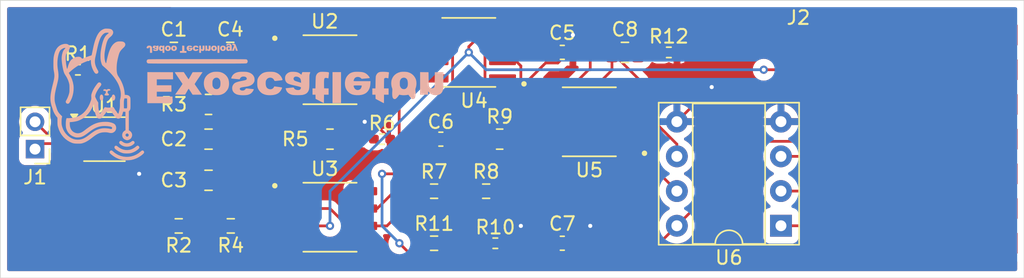
<source format=kicad_pcb>
(kicad_pcb (version 20240108) (generator "pcbnew") (generator_version "8.0")
  (layers (0 "F.Cu" signal) (31 "B.Cu" signal) (34 "B.Paste" user) (35 "F.Paste" user) (36 "B.SilkS" user "B.Silkscreen") (37 "F.SilkS" user "F.Silkscreen") (38 "B.Mask" user) (39 "F.Mask" user) (44 "Edge.Cuts" user))
  (net 0 "")
  (net 1 "Net-(C1-Pad2)")
  (net 2 "Net-(C1-Pad1)")
  (net 3 "Net-(U2--)")
  (net 4 "Net-(C2-Pad1)")
  (net 5 "Net-(U3-+)")
  (net 6 "GND")
  (net 7 "Net-(U4-+)")
  (net 8 "Net-(C6-Pad2)")
  (net 9 "Net-(C6-Pad1)")
  (net 10 "Net-(U5-+)")
  (net 11 "Net-(U6-P0W)")
  (net 12 "Out")
  (net 13 "Electrode")
  (net 14 "Ref_Electrode")
  (net 15 "CKL")
  (net 16 "Vss")
  (net 17 "SDI")
  (net 18 "CS")
  (net 19 "Vdd")
  (net 20 "Net-(R1-Pad1)")
  (net 21 "Net-(R1-Pad2)")
  (net 22 "Net-(U3--)")
  (net 23 "Net-(U2-+)")
  (net 24 "Net-(U4--)")
  (net 35 "Net-(U5--)")
  (footprint "Connector_PinHeader_1.00mm:GoldFingers_1x07_P2.50mm" (layer "F.Cu") (at 144.78 81.28)
    (property "Reference" "J2" (at -8.89 -8.89 0) (layer "F.SilkS"))
    (property "Value" "Conn_01x07_Pin" (hide yes))
    (pad "1" connect rect (at 0 -7.62 90) (size 1.5 14.3) (layers "F.Cu" "F.Mask") (net 12 "Out"))
    (pad "2" connect rect (at 0 -5.08 90) (size 1.5 14.3) (layers "F.Cu" "F.Mask") (net 16 "Vss"))
    (pad "3" connect rect (at 0 -2.54 90) (size 1.5 14.3) (layers "F.Cu" "F.Mask") (net 19 "Vdd"))
    (pad "4" connect rect (at 0 0 90) (size 1.5 14.3) (layers "F.Cu" "F.Mask") (net 17 "SDI"))
    (pad "5" connect rect (at 0 2.54 90) (size 1.5 14.3) (layers "F.Cu" "F.Mask") (net 15 "CKL"))
    (pad "6" connect rect (at 0 5.08 90) (size 1.5 14.3) (layers "F.Cu" "F.Mask") (net 18 "CS"))
    (pad "7" connect rect (at 0 7.62 90) (size 1.5 14.3) (layers "F.Cu" "F.Mask") (net 6 "GND"))
  )
  (footprint "Package_DIP:DIP-8_W7.62mm_Socket" (layer "F.Cu") (at 134.61 87.62 180)
    (property "Reference" "U6" (at 3.81 -2.33 0) (layer "F.SilkS"))
    (property "Value" "MCP4161" (hide yes))
    (pad "1" thru_hole rect (at 0 0 180) (size 1.6 1.6) (drill 0.8) (layers "*.Cu" "*.Mask") (net 18 "CS"))
    (pad "2" thru_hole oval (at 0 2.54 180) (size 1.6 1.6) (drill 0.8) (layers "*.Cu" "*.Mask") (net 15 "CKL"))
    (pad "3" thru_hole oval (at 0 5.08 180) (size 1.6 1.6) (drill 0.8) (layers "*.Cu" "*.Mask") (net 17 "SDI"))
    (pad "4" thru_hole oval (at 0 7.62 180) (size 1.6 1.6) (drill 0.8) (layers "*.Cu" "*.Mask") (net 6 "GND"))
    (pad "5" thru_hole oval (at 7.62 7.62 180) (size 1.6 1.6) (drill 0.8) (layers "*.Cu" "*.Mask") (net 6 "GND"))
    (pad "6" thru_hole oval (at 7.62 5.08 180) (size 1.6 1.6) (drill 0.8) (layers "*.Cu" "*.Mask") (net 11 "Net-(U6-P0W)"))
    (pad "7" thru_hole oval (at 7.62 2.54 180) (size 1.6 1.6) (drill 0.8) (layers "*.Cu" "*.Mask") (net 35 "Net-(U5--)"))
    (pad "8" thru_hole oval (at 7.62 0 180) (size 1.6 1.6) (drill 0.8) (layers "*.Cu" "*.Mask") (net 19 "Vdd"))
  )
  (footprint "Capacitor_SMD:C_0603_1608Metric" (layer "F.Cu") (at 118.605 88.9)
    (property "Reference" "C7" (at 0 -1.43 0) (layer "F.SilkS"))
    (property "Value" "0.22uF" (hide yes))
    (pad "1" smd roundrect (at -0.775 0) (size 0.9 0.95) (layers "F.Cu" "F.Paste" "F.Mask") (net 10 "Net-(U5-+)"))
    (pad "2" smd roundrect (at 0.775 0) (size 0.9 0.95) (layers "F.Cu" "F.Paste" "F.Mask") (net 6 "GND"))
  )
  (footprint "Package_SO:VSSOP-8_3x3mm_P0.65mm" (layer "F.Cu") (at 85.09 81.28)
    (property "Reference" "U1" (at 0 -2.45 0) (layer "F.SilkS"))
    (property "Value" "INA823" (hide yes))
    (pad "1" smd roundrect (at -2.1125 -0.975) (size 1.625 0.5) (layers "F.Cu" "F.Paste" "F.Mask") (net 20 "Net-(R1-Pad1)"))
    (pad "2" smd roundrect (at -2.1125 -0.325) (size 1.625 0.5) (layers "F.Cu" "F.Paste" "F.Mask") (net 14 "Ref_Electrode"))
    (pad "3" smd roundrect (at -2.1125 0.325) (size 1.625 0.5) (layers "F.Cu" "F.Paste" "F.Mask") (net 13 "Electrode"))
    (pad "4" smd roundrect (at -2.1125 0.975) (size 1.625 0.5) (layers "F.Cu" "F.Paste" "F.Mask") (net 16 "Vss"))
    (pad "5" smd roundrect (at 2.1125 0.975) (size 1.625 0.5) (layers "F.Cu" "F.Paste" "F.Mask") (net 6 "GND"))
    (pad "6" smd roundrect (at 2.1125 0.325) (size 1.625 0.5) (layers "F.Cu" "F.Paste" "F.Mask") (net 2 "Net-(C1-Pad1)"))
    (pad "7" smd roundrect (at 2.1125 -0.325) (size 1.625 0.5) (layers "F.Cu" "F.Paste" "F.Mask") (net 19 "Vdd"))
    (pad "8" smd roundrect (at 2.1125 -0.975) (size 1.625 0.5) (layers "F.Cu" "F.Paste" "F.Mask") (net 21 "Net-(R1-Pad2)"))
  )
  (footprint "Capacitor_SMD:C_0805_2012Metric" (layer "F.Cu") (at 92.71 84.29)
    (property "Reference" "C3" (at -2.54 0 0) (layer "F.SilkS"))
    (property "Value" "1uF" (hide yes))
    (pad "1" smd roundrect (at -0.95 0) (size 1 1.45) (layers "F.Cu" "F.Paste" "F.Mask") (net 4 "Net-(C2-Pad1)"))
    (pad "2" smd roundrect (at 0.95 0) (size 1 1.45) (layers "F.Cu" "F.Paste" "F.Mask") (net 3 "Net-(U2--)"))
  )
  (footprint "Capacitor_SMD:C_0805_2012Metric" (layer "F.Cu") (at 92.71 81.28)
    (property "Reference" "C2" (at -2.54 0 0) (layer "F.SilkS"))
    (property "Value" "1uF" (hide yes))
    (pad "1" smd roundrect (at -0.95 0) (size 1 1.45) (layers "F.Cu" "F.Paste" "F.Mask") (net 4 "Net-(C2-Pad1)"))
    (pad "2" smd roundrect (at 0.95 0) (size 1 1.45) (layers "F.Cu" "F.Paste" "F.Mask") (net 3 "Net-(U2--)"))
  )
  (footprint "Capacitor_SMD:C_0805_2012Metric" (layer "F.Cu") (at 90.17 74.93)
    (property "Reference" "C1" (at 0 -1.68 0) (layer "F.SilkS"))
    (property "Value" "1uF" (hide yes))
    (pad "1" smd roundrect (at -0.95 0) (size 1 1.45) (layers "F.Cu" "F.Paste" "F.Mask") (net 2 "Net-(C1-Pad1)"))
    (pad "2" smd roundrect (at 0.95 0) (size 1 1.45) (layers "F.Cu" "F.Paste" "F.Mask") (net 1 "Net-(C1-Pad2)"))
  )
  (footprint "LF356M:SOIC127P599X175-8N" (layer "F.Cu") (at 101.6 86.995)
    (property "Reference" "U3" (at -0.385 -3.537 0) (layer "F.SilkS"))
    (property "Value" "LF356N" (hide yes))
    (pad "1" smd roundrect (at -2.47 -1.905) (size 1.97 0.6) (layers "F.Cu" "F.Paste" "F.Mask") (roundrect_rratio 0.125))
    (pad "2" smd roundrect (at -2.47 -0.635) (size 1.97 0.6) (layers "F.Cu" "F.Paste" "F.Mask") (roundrect_rratio 0.125) (net 22 "Net-(U3--)"))
    (pad "3" smd roundrect (at -2.47 0.635) (size 1.97 0.6) (layers "F.Cu" "F.Paste" "F.Mask") (roundrect_rratio 0.125) (net 5 "Net-(U3-+)"))
    (pad "4" smd roundrect (at -2.47 1.905) (size 1.97 0.6) (layers "F.Cu" "F.Paste" "F.Mask") (roundrect_rratio 0.125) (net 16 "Vss"))
    (pad "5" smd roundrect (at 2.47 1.905) (size 1.97 0.6) (layers "F.Cu" "F.Paste" "F.Mask") (roundrect_rratio 0.125))
    (pad "6" smd roundrect (at 2.47 0.635) (size 1.97 0.6) (layers "F.Cu" "F.Paste" "F.Mask") (roundrect_rratio 0.125) (net 22 "Net-(U3--)"))
    (pad "7" smd roundrect (at 2.47 -0.635) (size 1.97 0.6) (layers "F.Cu" "F.Paste" "F.Mask") (roundrect_rratio 0.125) (net 19 "Vdd"))
    (pad "8" smd roundrect (at 2.47 -1.905) (size 1.97 0.6) (layers "F.Cu" "F.Paste" "F.Mask") (roundrect_rratio 0.125))
  )
  (footprint "Resistor_SMD:R_0603_1608Metric_Pad0.98x0.95mm_HandSolder" (layer "F.Cu") (at 90.5275 87.63 180)
    (property "Reference" "R2" (at 0 -1.43 0) (layer "F.SilkS"))
    (property "Value" "2640" (hide yes))
    (pad "1" smd roundrect (at -0.9125 0 180) (size 0.975 0.95) (layers "F.Cu" "F.Paste" "F.Mask") (net 4 "Net-(C2-Pad1)"))
    (pad "2" smd roundrect (at 0.9125 0 180) (size 0.975 0.95) (layers "F.Cu" "F.Paste" "F.Mask") (net 2 "Net-(C1-Pad1)"))
  )
  (footprint "Resistor_SMD:R_0402_1005Metric_Pad0.72x0.64mm_HandSolder" (layer "F.Cu") (at 105.41 81.28)
    (property "Reference" "R6" (at 0 -1.17 0) (layer "F.SilkS"))
    (property "Value" "1k" (hide yes))
    (pad "1" smd roundrect (at -0.5975 0) (size 0.715 0.64) (layers "F.Cu" "F.Paste" "F.Mask") (net 23 "Net-(U2-+)"))
    (pad "2" smd roundrect (at 0.5975 0) (size 0.715 0.64) (layers "F.Cu" "F.Paste" "F.Mask") (net 6 "GND"))
  )
  (footprint "Resistor_SMD:R_0402_1005Metric_Pad0.72x0.64mm_HandSolder" (layer "F.Cu") (at 83.1475 76.2)
    (property "Reference" "R1" (at 0 -1.17 0) (layer "F.SilkS"))
    (property "Value" "1k" (hide yes))
    (pad "1" smd roundrect (at -0.5975 0) (size 0.715 0.64) (layers "F.Cu" "F.Paste" "F.Mask") (net 20 "Net-(R1-Pad1)"))
    (pad "2" smd roundrect (at 0.5975 0) (size 0.715 0.64) (layers "F.Cu" "F.Paste" "F.Mask") (net 21 "Net-(R1-Pad2)"))
  )
  (footprint "LF356M:SOIC127P599X175-8N" (layer "F.Cu") (at 101.6 76.2)
    (property "Reference" "U2" (at -0.385 -3.537 0) (layer "F.SilkS"))
    (property "Value" "LF356N" (hide yes))
    (pad "1" smd roundrect (at -2.47 -1.905) (size 1.97 0.6) (layers "F.Cu" "F.Paste" "F.Mask") (roundrect_rratio 0.125))
    (pad "2" smd roundrect (at -2.47 -0.635) (size 1.97 0.6) (layers "F.Cu" "F.Paste" "F.Mask") (roundrect_rratio 0.125) (net 3 "Net-(U2--)"))
    (pad "3" smd roundrect (at -2.47 0.635) (size 1.97 0.6) (layers "F.Cu" "F.Paste" "F.Mask") (roundrect_rratio 0.125) (net 23 "Net-(U2-+)"))
    (pad "4" smd roundrect (at -2.47 1.905) (size 1.97 0.6) (layers "F.Cu" "F.Paste" "F.Mask") (roundrect_rratio 0.125) (net 16 "Vss"))
    (pad "5" smd roundrect (at 2.47 1.905) (size 1.97 0.6) (layers "F.Cu" "F.Paste" "F.Mask") (roundrect_rratio 0.125))
    (pad "6" smd roundrect (at 2.47 0.635) (size 1.97 0.6) (layers "F.Cu" "F.Paste" "F.Mask") (roundrect_rratio 0.125) (net 3 "Net-(U2--)"))
    (pad "7" smd roundrect (at 2.47 -0.635) (size 1.97 0.6) (layers "F.Cu" "F.Paste" "F.Mask") (roundrect_rratio 0.125) (net 19 "Vdd"))
    (pad "8" smd roundrect (at 2.47 -1.905) (size 1.97 0.6) (layers "F.Cu" "F.Paste" "F.Mask") (roundrect_rratio 0.125))
  )
  (footprint "Resistor_SMD:R_0603_1608Metric_Pad0.98x0.95mm_HandSolder" (layer "F.Cu") (at 109.22 88.9)
    (property "Reference" "R11" (at 0 -1.43 0) (layer "F.SilkS"))
    (property "Value" "10k" (hide yes))
    (pad "1" smd roundrect (at -0.9125 0) (size 0.975 0.95) (layers "F.Cu" "F.Paste" "F.Mask") (net 9 "Net-(C6-Pad1)"))
    (pad "2" smd roundrect (at 0.9125 0) (size 0.975 0.95) (layers "F.Cu" "F.Paste" "F.Mask") (net 10 "Net-(U5-+)"))
  )
  (footprint "Capacitor_SMD:C_0805_2012Metric" (layer "F.Cu") (at 94.3 74.93)
    (property "Reference" "C4" (at 0 -1.68 0) (layer "F.SilkS"))
    (property "Value" "1uF" (hide yes))
    (pad "1" smd roundrect (at -0.95 0) (size 1 1.45) (layers "F.Cu" "F.Paste" "F.Mask") (net 1 "Net-(C1-Pad2)"))
    (pad "2" smd roundrect (at 0.95 0) (size 1 1.45) (layers "F.Cu" "F.Paste" "F.Mask") (net 5 "Net-(U3-+)"))
  )
  (footprint "Resistor_SMD:R_0603_1608Metric_Pad0.98x0.95mm_HandSolder" (layer "F.Cu") (at 109.22 85.09)
    (property "Reference" "R7" (at 0 -1.43 0) (layer "F.SilkS"))
    (property "Value" "10k" (hide yes))
    (pad "1" smd roundrect (at -0.9125 0) (size 0.975 0.95) (layers "F.Cu" "F.Paste" "F.Mask") (net 22 "Net-(U3--)"))
    (pad "2" smd roundrect (at 0.9125 0) (size 0.975 0.95) (layers "F.Cu" "F.Paste" "F.Mask") (net 8 "Net-(C6-Pad2)"))
  )
  (footprint "Resistor_SMD:R_0402_1005Metric_Pad0.72x0.64mm_HandSolder" (layer "F.Cu") (at 126.4025 74.93)
    (property "Reference" "R12" (at 0 -1.17 0) (layer "F.SilkS"))
    (property "Value" "150k" (hide yes))
    (pad "1" smd roundrect (at -0.5975 0) (size 0.715 0.64) (layers "F.Cu" "F.Paste" "F.Mask") (net 12 "Out"))
    (pad "2" smd roundrect (at 0.5975 0) (size 0.715 0.64) (layers "F.Cu" "F.Paste" "F.Mask") (net 6 "GND"))
  )
  (footprint "Connector_PinHeader_2.00mm:PinHeader_1x02_P2.00mm_Vertical" (layer "F.Cu") (at 80.01 82.01 180)
    (property "Reference" "J1" (at 0 -2.06 0) (layer "F.SilkS"))
    (property "Value" "Conn_01x02_Pin" (hide yes))
    (pad "1" thru_hole rect (at 0 0 180) (size 1.35 1.35) (drill 0.8) (layers "*.Cu" "*.Mask") (net 13 "Electrode"))
    (pad "2" thru_hole oval (at 0 2 180) (size 1.35 1.35) (drill 0.8) (layers "*.Cu" "*.Mask") (net 14 "Ref_Electrode"))
  )
  (footprint "Resistor_SMD:R_0805_2012Metric_Pad1.20x1.40mm_HandSolder" (layer "F.Cu") (at 101.6 81.28)
    (property "Reference" "R5" (at -2.54 0 0) (layer "F.SilkS"))
    (property "Value" "100" (hide yes))
    (pad "1" smd roundrect (at -1 0) (size 1.2 1.4) (layers "F.Cu" "F.Paste" "F.Mask") (roundrect_rratio 0.208333) (net 22 "Net-(U3--)"))
    (pad "2" smd roundrect (at 1 0) (size 1.2 1.4) (layers "F.Cu" "F.Paste" "F.Mask") (roundrect_rratio 0.208333) (net 23 "Net-(U2-+)"))
  )
  (footprint "Resistor_SMD:R_0603_1608Metric_Pad0.98x0.95mm_HandSolder" (layer "F.Cu") (at 94.3375 87.63 180)
    (property "Reference" "R4" (at 0 -1.43 0) (layer "F.SilkS"))
    (property "Value" "2640" (hide yes))
    (pad "1" smd roundrect (at -0.9125 0 180) (size 0.975 0.95) (layers "F.Cu" "F.Paste" "F.Mask") (net 5 "Net-(U3-+)"))
    (pad "2" smd roundrect (at 0.9125 0 180) (size 0.975 0.95) (layers "F.Cu" "F.Paste" "F.Mask") (net 4 "Net-(C2-Pad1)"))
  )
  (footprint "Capacitor_SMD:C_0805_2012Metric" (layer "F.Cu") (at 123.19 74.93)
    (property "Reference" "C8" (at 0 -1.68 0) (layer "F.SilkS"))
    (property "Value" "1uF" (hide yes))
    (pad "1" smd roundrect (at -0.95 0) (size 1 1.45) (layers "F.Cu" "F.Paste" "F.Mask") (net 11 "Net-(U6-P0W)"))
    (pad "2" smd roundrect (at 0.95 0) (size 1 1.45) (layers "F.Cu" "F.Paste" "F.Mask") (net 12 "Out"))
  )
  (footprint "LF356M:SOIC127P599X175-8N" (layer "F.Cu") (at 111.76 74.93 180)
    (property "Reference" "U4" (at -0.385 -3.537 0) (layer "F.SilkS"))
    (property "Value" "LF356N" (hide yes))
    (pad "1" smd roundrect (at -2.47 -1.905 180) (size 1.97 0.6) (layers "F.Cu" "F.Paste" "F.Mask") (roundrect_rratio 0.125))
    (pad "2" smd roundrect (at -2.47 -0.635 180) (size 1.97 0.6) (layers "F.Cu" "F.Paste" "F.Mask") (roundrect_rratio 0.125) (net 24 "Net-(U4--)"))
    (pad "3" smd roundrect (at -2.47 0.635 180) (size 1.97 0.6) (layers "F.Cu" "F.Paste" "F.Mask") (roundrect_rratio 0.125) (net 7 "Net-(U4-+)"))
    (pad "4" smd roundrect (at -2.47 1.905 180) (size 1.97 0.6) (layers "F.Cu" "F.Paste" "F.Mask") (roundrect_rratio 0.125) (net 16 "Vss"))
    (pad "5" smd roundrect (at 2.47 1.905 180) (size 1.97 0.6) (layers "F.Cu" "F.Paste" "F.Mask") (roundrect_rratio 0.125))
    (pad "6" smd roundrect (at 2.47 0.635 180) (size 1.97 0.6) (layers "F.Cu" "F.Paste" "F.Mask") (roundrect_rratio 0.125) (net 9 "Net-(C6-Pad1)"))
    (pad "7" smd roundrect (at 2.47 -0.635 180) (size 1.97 0.6) (layers "F.Cu" "F.Paste" "F.Mask") (roundrect_rratio 0.125) (net 19 "Vdd"))
    (pad "8" smd roundrect (at 2.47 -1.905 180) (size 1.97 0.6) (layers "F.Cu" "F.Paste" "F.Mask") (roundrect_rratio 0.125))
  )
  (footprint "Resistor_SMD:R_0402_1005Metric_Pad0.72x0.64mm_HandSolder" (layer "F.Cu") (at 113.7025 88.9)
    (property "Reference" "R10" (at 0 -1.17 0) (layer "F.SilkS"))
    (property "Value" "1k" (hide yes))
    (pad "1" smd roundrect (at -0.5975 0) (size 0.715 0.64) (layers "F.Cu" "F.Paste" "F.Mask") (net 24 "Net-(U4--)"))
    (pad "2" smd roundrect (at 0.5975 0) (size 0.715 0.64) (layers "F.Cu" "F.Paste" "F.Mask") (net 6 "GND"))
  )
  (footprint "Resistor_SMD:R_0805_2012Metric_Pad1.20x1.40mm_HandSolder" (layer "F.Cu") (at 114.02 81.28)
    (property "Reference" "R9" (at 0 -1.65 0) (layer "F.SilkS"))
    (property "Value" "100" (hide yes))
    (pad "1" smd roundrect (at -1 0) (size 1.2 1.4) (layers "F.Cu" "F.Paste" "F.Mask") (roundrect_rratio 0.208333) (net 9 "Net-(C6-Pad1)"))
    (pad "2" smd roundrect (at 1 0) (size 1.2 1.4) (layers "F.Cu" "F.Paste" "F.Mask") (roundrect_rratio 0.208333) (net 24 "Net-(U4--)"))
  )
  (footprint "Capacitor_SMD:C_0603_1608Metric" (layer "F.Cu") (at 118.605 74.93)
    (property "Reference" "C5" (at 0 -1.43 0) (layer "F.SilkS"))
    (property "Value" "0.22uF" (hide yes))
    (pad "1" smd roundrect (at -0.775 0) (size 0.9 0.95) (layers "F.Cu" "F.Paste" "F.Mask") (net 7 "Net-(U4-+)"))
    (pad "2" smd roundrect (at 0.775 0) (size 0.9 0.95) (layers "F.Cu" "F.Paste" "F.Mask") (net 6 "GND"))
  )
  (footprint "Resistor_SMD:R_0805_2012Metric_Pad1.20x1.40mm_HandSolder" (layer "F.Cu") (at 92.71 78.74)
    (property "Reference" "R3" (at -2.54 0 0) (layer "F.SilkS"))
    (property "Value" "1320" (hide yes))
    (pad "1" smd roundrect (at -1 0) (size 1.2 1.4) (layers "F.Cu" "F.Paste" "F.Mask") (roundrect_rratio 0.208333) (net 1 "Net-(C1-Pad2)"))
    (pad "2" smd roundrect (at 1 0) (size 1.2 1.4) (layers "F.Cu" "F.Paste" "F.Mask") (roundrect_rratio 0.208333) (net 3 "Net-(U2--)"))
  )
  (footprint "Capacitor_SMD:C_0603_1608Metric" (layer "F.Cu") (at 109.715 81.28 180)
    (property "Reference" "C6" (at 0 1.27 0) (layer "F.SilkS"))
    (property "Value" "0.22uF" (hide yes))
    (pad "1" smd roundrect (at -0.775 0 180) (size 0.9 0.95) (layers "F.Cu" "F.Paste" "F.Mask") (net 9 "Net-(C6-Pad1)"))
    (pad "2" smd roundrect (at 0.775 0 180) (size 0.9 0.95) (layers "F.Cu" "F.Paste" "F.Mask") (net 8 "Net-(C6-Pad2)"))
  )
  (footprint "Resistor_SMD:R_0603_1608Metric_Pad0.98x0.95mm_HandSolder" (layer "F.Cu") (at 113.03 85.09)
    (property "Reference" "R8" (at 0 -1.43 0) (layer "F.SilkS"))
    (property "Value" "10k" (hide yes))
    (pad "1" smd roundrect (at -0.9125 0) (size 0.975 0.95) (layers "F.Cu" "F.Paste" "F.Mask") (net 8 "Net-(C6-Pad2)"))
    (pad "2" smd roundrect (at 0.9125 0) (size 0.975 0.95) (layers "F.Cu" "F.Paste" "F.Mask") (net 7 "Net-(U4-+)"))
  )
  (footprint "LF356M:SOIC127P599X175-8N" (layer "F.Cu") (at 120.58 80.01 180)
    (property "Reference" "U5" (at 0 -3.537 0) (layer "F.SilkS"))
    (property "Value" "LF356N" (hide yes))
    (pad "1" smd roundrect (at -2.47 -1.905 180) (size 1.97 0.6) (layers "F.Cu" "F.Paste" "F.Mask") (roundrect_rratio 0.125))
    (pad "2" smd roundrect (at -2.47 -0.635 180) (size 1.97 0.6) (layers "F.Cu" "F.Paste" "F.Mask") (roundrect_rratio 0.125) (net 35 "Net-(U5--)"))
    (pad "3" smd roundrect (at -2.47 0.635 180) (size 1.97 0.6) (layers "F.Cu" "F.Paste" "F.Mask") (roundrect_rratio 0.125) (net 10 "Net-(U5-+)"))
    (pad "4" smd roundrect (at -2.47 1.905 180) (size 1.97 0.6) (layers "F.Cu" "F.Paste" "F.Mask") (roundrect_rratio 0.125) (net 16 "Vss"))
    (pad "5" smd roundrect (at 2.47 1.905 180) (size 1.97 0.6) (layers "F.Cu" "F.Paste" "F.Mask") (roundrect_rratio 0.125))
    (pad "6" smd roundrect (at 2.47 0.635 180) (size 1.97 0.6) (layers "F.Cu" "F.Paste" "F.Mask") (roundrect_rratio 0.125) (net 11 "Net-(U6-P0W)"))
    (pad "7" smd roundrect (at 2.47 -0.635 180) (size 1.97 0.6) (layers "F.Cu" "F.Paste" "F.Mask") (roundrect_rratio 0.125) (net 19 "Vdd"))
    (pad "8" smd roundrect (at 2.47 -1.905 180) (size 1.97 0.6) (layers "F.Cu" "F.Paste" "F.Mask") (roundrect_rratio 0.125))
  )
  (footprint "logo:logo_Horizontal_small" (layer "B.Cu") (at 95.55 78.04)
    (property "Reference" "G***" (hide yes))
    (property "Value" "LOGO" (hide yes))
  )
  (gr_rect (start 77.47 71.12) (end 152.4 91.44) (stroke (width 0.05)) (fill none) (layer "Edge.Cuts"))
  (segment (start 91.12 78.15) (end 91.71 78.74) (width 0.2) (layer "F.Cu") (net 1))
  (segment (start 91.12 74.93) (end 91.12 78.15) (width 0.2) (layer "F.Cu") (net 1))
  (segment (start 91.12 74.93) (end 93.35 74.93) (width 0.2) (layer "F.Cu") (net 1))
  (segment (start 88.014999 81.605) (end 87.2025 81.605) (width 0.2) (layer "F.Cu") (net 2))
  (segment (start 89.22 80.399999) (end 89.22 74.93) (width 0.2) (layer "F.Cu") (net 2))
  (segment (start 89.615 83.205001) (end 88.014999 81.605) (width 0.2) (layer "F.Cu") (net 2))
  (segment (start 89.615 87.63) (end 89.615 83.205001) (width 0.2) (layer "F.Cu") (net 2))
  (segment (start 88.014999 81.605) (end 89.22 80.399999) (width 0.2) (layer "F.Cu") (net 2))
  (segment (start 100.33 75.565) (end 101.6 76.835) (width 0.2) (layer "F.Cu") (net 3))
  (segment (start 93.66 84.29) (end 93.66 81.28) (width 0.2) (layer "F.Cu") (net 3))
  (segment (start 94.28 74.390256) (end 94.765256 73.905) (width 0.2) (layer "F.Cu") (net 3))
  (segment (start 99.13 75.565) (end 100.33 75.565) (width 0.2) (layer "F.Cu") (net 3))
  (segment (start 93.71 78.74) (end 93.71 78.04) (width 0.2) (layer "F.Cu") (net 3))
  (segment (start 101.6 76.835) (end 104.07 76.835) (width 0.2) (layer "F.Cu") (net 3))
  (segment (start 93.71 81.23) (end 93.66 81.28) (width 0.2) (layer "F.Cu") (net 3))
  (segment (start 94.765256 73.905) (end 95.734744 73.905) (width 0.2) (layer "F.Cu") (net 3))
  (segment (start 94.28 77.47) (end 94.28 74.390256) (width 0.2) (layer "F.Cu") (net 3))
  (segment (start 95.734744 73.905) (end 97.394744 75.565) (width 0.2) (layer "F.Cu") (net 3))
  (segment (start 93.71 78.04) (end 94.28 77.47) (width 0.2) (layer "F.Cu") (net 3))
  (segment (start 97.394744 75.565) (end 99.13 75.565) (width 0.2) (layer "F.Cu") (net 3))
  (segment (start 93.71 78.74) (end 93.71 81.23) (width 0.2) (layer "F.Cu") (net 3))
  (segment (start 91.76 84.77) (end 91.44 85.09) (width 0.2) (layer "F.Cu") (net 4))
  (segment (start 91.44 85.09) (end 91.44 87.63) (width 0.2) (layer "F.Cu") (net 4))
  (segment (start 91.76 85.965) (end 93.425 87.63) (width 0.2) (layer "F.Cu") (net 4))
  (segment (start 91.76 84.29) (end 91.76 85.965) (width 0.2) (layer "F.Cu") (net 4))
  (segment (start 91.76 84.29) (end 91.76 81.28) (width 0.2) (layer "F.Cu") (net 4))
  (segment (start 91.76 84.29) (end 91.76 84.77) (width 0.2) (layer "F.Cu") (net 4))
  (segment (start 95.25 74.93) (end 95.25 87.63) (width 0.2) (layer "F.Cu") (net 5))
  (segment (start 95.25 87.63) (end 99.13 87.63) (width 0.2) (layer "F.Cu") (net 5))
  (segment (start 134.61 80) (end 132.07 80) (width 0.2) (layer "F.Cu") (net 6))
  (segment (start 87.63 82.6825) (end 87.63 83.82) (width 0.2) (layer "F.Cu") (net 6))
  (segment (start 129.52 77.47) (end 129.54 77.47) (width 0.2) (layer "F.Cu") (net 6))
  (segment (start 114.3 88.9) (end 115.57 87.63) (width 0.2) (layer "F.Cu") (net 6))
  (segment (start 119.38 88.9) (end 120.65 87.63) (width 0.2) (layer "F.Cu") (net 6))
  (segment (start 132.07 80) (end 129.54 77.47) (width 0.2) (layer "F.Cu") (net 6))
  (segment (start 87.2025 82.255) (end 87.63 82.6825) (width 0.2) (layer "F.Cu") (net 6))
  (segment (start 104.7375 80.01) (end 104.14 80.01) (width 0.2) (layer "F.Cu") (net 6))
  (segment (start 126.99 80) (end 129.52 77.47) (width 0.2) (layer "F.Cu") (net 6))
  (segment (start 106.0075 81.28) (end 104.7375 80.01) (width 0.2) (layer "F.Cu") (net 6))
  (segment (start 129.54 77.47) (end 127 74.93) (width 0.2) (layer "F.Cu") (net 6))
  (segment (start 119.38 74.93) (end 119.38 73.66) (width 0.2) (layer "F.Cu") (net 6))
  (via (at 104.14 80.01) (size 0.6) (drill 0.3) (layers "F.Cu" "B.Cu") (net 6))
  (via (at 120.65 87.63) (size 0.6) (drill 0.3) (layers "F.Cu" "B.Cu") (net 6))
  (via (at 87.63 83.82) (size 0.6) (drill 0.3) (layers "F.Cu" "B.Cu") (net 6))
  (via (at 129.54 77.47) (size 0.6) (drill 0.3) (layers "F.Cu" "B.Cu") (net 6))
  (via (at 115.57 87.63) (size 0.6) (drill 0.3) (layers "F.Cu" "B.Cu") (net 6))
  (via (at 119.38 73.66) (size 0.6) (drill 0.3) (layers "F.Cu" "B.Cu") (net 6))
  (segment (start 113.83259 74.295) (end 114.23 74.295) (width 0.2) (layer "F.Cu") (net 7))
  (segment (start 112.945 77.21741) (end 112.945 75.18259) (width 0.2) (layer "F.Cu") (net 7))
  (segment (start 114.23 74.295) (end 117.195 74.295) (width 0.2) (layer "F.Cu") (net 7))
  (segment (start 113.9425 85.09) (end 113.9425 78.21491) (width 0.2) (layer "F.Cu") (net 7))
  (segment (start 112.945 75.18259) (end 113.83259 74.295) (width 0.2) (layer "F.Cu") (net 7))
  (segment (start 113.9425 78.21491) (end 112.945 77.21741) (width 0.2) (layer "F.Cu") (net 7))
  (segment (start 117.195 74.295) (end 117.83 74.93) (width 0.2) (layer "F.Cu") (net 7))
  (segment (start 110.1325 82.55) (end 110.1325 85.09) (width 0.2) (layer "F.Cu") (net 8))
  (segment (start 108.94 81.3575) (end 110.1325 82.55) (width 0.2) (layer "F.Cu") (net 8))
  (segment (start 112.1175 85.09) (end 110.1325 85.09) (width 0.2) (layer "F.Cu") (net 8))
  (segment (start 108.94 81.28) (end 108.94 81.3575) (width 0.2) (layer "F.Cu") (net 8))
  (segment (start 113.02 81.28) (end 110.49 81.28) (width 0.2) (layer "F.Cu") (net 9))
  (segment (start 109.29 74.295) (end 110.274999 74.295) (width 0.2) (layer "F.Cu") (net 9))
  (segment (start 110.575 74.595001) (end 110.575 81.195) (width 0.2) (layer "F.Cu") (net 9))
  (segment (start 107.52 81.476304) (end 107.52 83.048278) (width 0.2) (layer "F.Cu") (net 9))
  (segment (start 110.274999 74.295) (end 110.575 74.595001) (width 0.2) (layer "F.Cu") (net 9))
  (segment (start 109.22 84.748278) (end 109.22 87.9875) (width 0.2) (layer "F.Cu") (net 9))
  (segment (start 107.52 83.048278) (end 109.22 84.748278) (width 0.2) (layer "F.Cu") (net 9))
  (segment (start 109.715 80.505) (end 108.491304 80.505) (width 0.2) (layer "F.Cu") (net 9))
  (segment (start 108.491304 80.505) (end 107.52 81.476304) (width 0.2) (layer "F.Cu") (net 9))
  (segment (start 110.49 81.28) (end 109.715 80.505) (width 0.2) (layer "F.Cu") (net 9))
  (segment (start 110.575 81.195) (end 110.49 81.28) (width 0.2) (layer "F.Cu") (net 9))
  (segment (start 109.22 87.9875) (end 108.3075 88.9) (width 0.2) (layer "F.Cu") (net 9))
  (segment (start 117.21 89.52) (end 117.83 88.9) (width 0.2) (layer "F.Cu") (net 10))
  (segment (start 123.05 79.375) (end 122.65259 79.375) (width 0.2) (layer "F.Cu") (net 10))
  (segment (start 117.83 84.19759) (end 117.83 88.9) (width 0.2) (layer "F.Cu") (net 10))
  (segment (start 110.7525 89.52) (end 117.21 89.52) (width 0.2) (layer "F.Cu") (net 10))
  (segment (start 110.1325 88.9) (end 110.7525 89.52) (width 0.2) (layer "F.Cu") (net 10))
  (segment (start 122.65259 79.375) (end 117.83 84.19759) (width 0.2) (layer "F.Cu") (net 10))
  (segment (start 122.24 76.229999) (end 122.24 74.93) (width 0.2) (layer "F.Cu") (net 11))
  (segment (start 126.99 81.64759) (end 124.335 78.99259) (width 0.2) (layer "F.Cu") (net 11))
  (segment (start 118.11 79.375) (end 119.094999 79.375) (width 0.2) (layer "F.Cu") (net 11))
  (segment (start 126.99 82.54) (end 126.99 81.64759) (width 0.2) (layer "F.Cu") (net 11))
  (segment (start 119.094999 79.375) (end 122.24 76.229999) (width 0.2) (layer "F.Cu") (net 11))
  (segment (start 124.335 78.99259) (end 124.335 77.025) (width 0.2) (layer "F.Cu") (net 11))
  (segment (start 124.335 77.025) (end 122.24 74.93) (width 0.2) (layer "F.Cu") (net 11))
  (segment (start 125.805 74.93) (end 125.73 74.93) (width 0.2) (layer "F.Cu") (net 12))
  (segment (start 125.805 74.93) (end 124.14 74.93) (width 0.2) (layer "F.Cu") (net 12))
  (segment (start 125.805 74.93) (end 127.075 73.66) (width 0.2) (layer "F.Cu") (net 12))
  (segment (start 127.075 73.66) (end 144.78 73.66) (width 0.2) (layer "F.Cu") (net 12))
  (segment (start 80.01 82.01) (end 80.415 81.605) (width 0.2) (layer "F.Cu") (net 13))
  (segment (start 80.415 81.605) (end 82.9775 81.605) (width 0.2) (layer "F.Cu") (net 13))
  (segment (start 80.955 80.955) (end 82.9775 80.955) (width 0.2) (layer "F.Cu") (net 14))
  (segment (start 80.01 80.01) (end 80.955 80.955) (width 0.2) (layer "F.Cu") (net 14))
  (segment (start 143.52 85.08) (end 144.78 83.82) (width 0.2) (layer "F.Cu") (net 15))
  (segment (start 134.61 85.08) (end 143.52 85.08) (width 0.2) (layer "F.Cu") (net 15))
  (segment (start 100.415 88.599999) (end 100.415 87.63) (width 0.2) (layer "F.Cu") (net 16))
  (segment (start 118.58 75.403696) (end 118.58 74.456304) (width 0.2) (layer "F.Cu") (net 16))
  (segment (start 100.19741 86.96) (end 98.06259 86.96) (width 0.2) (layer "F.Cu") (net 16))
  (segment (start 123.05 78.105) (end 122.31741 78.105) (width 0.2) (layer "F.Cu") (net 16))
  (segment (start 144.78 76.2) (end 133.35 76.2) (width 0.2) (layer "F.Cu") (net 16))
  (segment (start 115.97 77.116304) (end 117.381304 75.705) (width 0.2) (layer "F.Cu") (net 16))
  (segment (start 89.6225 88.9) (end 82.9775 82.255) (width 0.2) (layer "F.Cu") (net 16))
  (segment (start 100.114999 88.9) (end 100.415 88.599999) (width 0.2) (layer "F.Cu") (net 16))
  (segment (start 117.04259 81.245) (end 115.97 80.17241) (width 0.2) (layer "F.Cu") (net 16))
  (segment (start 114.23 73.025) (end 113.245001 73.025) (width 0.2) (layer "F.Cu") (net 16))
  (segment (start 99.13 88.9) (end 100.114999 88.9) (width 0.2) (layer "F.Cu") (net 16))
  (segment (start 97.39 86.28741) (end 97.39 79.845) (width 0.2) (layer "F.Cu") (net 16))
  (segment (start 100.415 87.63) (end 100.415 87.17759) (width 0.2) (layer "F.Cu") (net 16))
  (segment (start 111.76 74.510001) (end 111.76 74.93) (width 0.2) (layer "F.Cu") (net 16))
  (segment (start 115.97 80.17241) (end 115.97 77.116304) (width 0.2) (layer "F.Cu") (net 16))
  (segment (start 118.278696 75.705) (end 118.58 75.403696) (width 0.2) (layer "F.Cu") (net 16))
  (segment (start 117.381304 75.705) (end 118.278696 75.705) (width 0.2) (layer "F.Cu") (net 16))
  (segment (start 117.148696 73.025) (end 114.23 73.025) (width 0.2) (layer "F.Cu") (net 16))
  (segment (start 101.6 87.63) (end 100.415 87.63) (width 0.2) (layer "F.Cu") (net 16))
  (segment (start 97.39 79.845) (end 99.13 78.105) (width 0.2) (layer "F.Cu") (net 16))
  (segment (start 113.245001 73.025) (end 111.76 74.510001) (width 0.2) (layer "F.Cu") (net 16))
  (segment (start 119.17741 81.245) (end 117.04259 81.245) (width 0.2) (layer "F.Cu") (net 16))
  (segment (start 118.58 74.456304) (end 117.148696 73.025) (width 0.2) (layer "F.Cu") (net 16))
  (segment (start 99.13 88.9) (end 89.6225 88.9) (width 0.2) (layer "F.Cu") (net 16))
  (segment (start 98.06259 86.96) (end 97.39 86.28741) (width 0.2) (layer "F.Cu") (net 16))
  (segment (start 100.415 87.17759) (end 100.19741 86.96) (width 0.2) (layer "F.Cu") (net 16))
  (segment (start 122.31741 78.105) (end 119.17741 81.245) (width 0.2) (layer "F.Cu") (net 16))
  (via (at 111.76 74.93) (size 0.6) (drill 0.3) (layers "F.Cu" "B.Cu") (net 16))
  (via (at 133.35 76.2) (size 0.6) (drill 0.3) (layers "F.Cu" "B.Cu") (net 16))
  (via (at 101.6 87.63) (size 0.6) (drill 0.3) (layers "F.Cu" "B.Cu") (net 16))
  (segment (start 113.03 76.2) (end 133.35 76.2) (width 0.2) (layer "B.Cu") (net 16))
  (segment (start 112.43 75.6) (end 113.03 76.2) (width 0.2) (layer "B.Cu") (net 16))
  (segment (start 111.76 74.93) (end 112.43 75.6) (width 0.2) (layer "B.Cu") (net 16))
  (segment (start 101.6 85.09) (end 101.6 87.63) (width 0.2) (layer "B.Cu") (net 16))
  (segment (start 111.76 74.93) (end 101.6 85.09) (width 0.2) (layer "B.Cu") (net 16))
  (segment (start 143.52 82.54) (end 144.78 81.28) (width 0.2) (layer "F.Cu") (net 17))
  (segment (start 134.61 82.54) (end 143.52 82.54) (width 0.2) (layer "F.Cu") (net 17))
  (segment (start 143.52 87.62) (end 144.78 86.36) (width 0.2) (layer "F.Cu") (net 18))
  (segment (start 134.61 87.62) (end 143.52 87.62) (width 0.2) (layer "F.Cu") (net 18))
  (segment (start 116.825 78.99259) (end 116.84 78.97759) (width 0.2) (layer "F.Cu") (net 19))
  (segment (start 104.775 75.565) (end 104.07 75.565) (width 0.2) (layer "F.Cu") (net 19))
  (segment (start 88.014999 80.955) (end 88.42 80.549999) (width 0.2) (layer "F.Cu") (net 19))
  (segment (start 106.665 84.749999) (end 106.665 83.82) (width 0.2) (layer "F.Cu") (net 19))
  (segment (start 135.68 81.44) (end 138.38 78.74) (width 0.2) (layer "F.Cu") (net 19))
  (segment (start 119.38 72.39) (end 107.95 72.39) (width 0.2) (layer "F.Cu") (net 19))
  (segment (start 103.085001 75.565) (end 104.07 75.565) (width 0.2) (layer "F.Cu") (net 19))
  (segment (start 138.38 78.74) (end 144.78 78.74) (width 0.2) (layer "F.Cu") (net 19))
  (segment (start 126.99 87.62) (end 124.69 89.92) (width 0.2) (layer "F.Cu") (net 19))
  (segment (start 120.65 73.66) (end 119.38 72.39) (width 0.2) (layer "F.Cu") (net 19))
  (segment (start 116.825 77.72259) (end 117.04259 77.505) (width 0.2) (layer "F.Cu") (net 19))
  (segment (start 120.65 76.2) (end 120.65 73.66) (width 0.2) (layer "F.Cu") (net 19))
  (segment (start 119.226205 77.505) (end 120.531205 76.2) (width 0.2) (layer "F.Cu") (net 19))
  (segment (start 105.054999 86.36) (end 106.665 84.749999) (width 0.2) (layer "F.Cu") (net 19))
  (segment (start 116.84 78.50241) (end 116.825 78.48741) (width 0.2) (layer "F.Cu") (net 19))
  (segment (start 106.665 77.455) (end 104.775 75.565) (width 0.2) (layer "F.Cu") (net 19))
  (segment (start 126.99 87.62) (end 133.17 81.44) (width 0.2) (layer "F.Cu") (net 19))
  (segment (start 133.17 81.44) (end 135.68 81.44) (width 0.2) (layer "F.Cu") (net 19))
  (segment (start 88.42 74.220256) (end 90.250256 72.39) (width 0.2) (layer "F.Cu") (net 19))
  (segment (start 106.665 83.82) (end 105.41 83.82) (width 0.2) (layer "F.Cu") (net 19))
  (segment (start 107.95 72.39) (end 104.775 75.565) (width 0.2) (layer "F.Cu") (net 19))
  (segment (start 99.910001 72.39) (end 103.085001 75.565) (width 0.2) (layer "F.Cu") (net 19))
  (segment (start 117.04259 77.505) (end 119.226205 77.505) (width 0.2) (layer "F.Cu") (net 19))
  (segment (start 118.11 80.645) (end 117.125001 80.645) (width 0.2) (layer "F.Cu") (net 19))
  (segment (start 116.825 80.344999) (end 116.825 78.99259) (width 0.2) (layer "F.Cu") (net 19))
  (segment (start 109.29 75.565) (end 104.07 75.565) (width 0.2) (layer "F.Cu") (net 19))
  (segment (start 107.7 89.92) (end 106.68 88.9) (width 0.2) (layer "F.Cu") (net 19))
  (segment (start 117.125001 80.645) (end 116.825 80.344999) (width 0.2) (layer "F.Cu") (net 19))
  (segment (start 104.07 86.36) (end 105.054999 86.36) (width 0.2) (layer "F.Cu") (net 19))
  (segment (start 116.825 78.48741) (end 116.825 77.72259) (width 0.2) (layer "F.Cu") (net 19))
  (segment (start 116.84 78.97759) (end 116.84 78.50241) (width 0.2) (layer "F.Cu") (net 19))
  (segment (start 124.69 89.92) (end 107.7 89.92) (width 0.2) (layer "F.Cu") (net 19))
  (segment (start 120.531205 76.2) (end 120.65 76.2) (width 0.2) (layer "F.Cu") (net 19))
  (segment (start 90.250256 72.39) (end 99.910001 72.39) (width 0.2) (layer "F.Cu") (net 19))
  (segment (start 87.2025 80.955) (end 88.014999 80.955) (width 0.2) (layer "F.Cu") (net 19))
  (segment (start 88.42 80.549999) (end 88.42 74.220256) (width 0.2) (layer "F.Cu") (net 19))
  (segment (start 106.665 83.82) (end 106.665 77.455) (width 0.2) (layer "F.Cu") (net 19))
  (via (at 105.41 83.82) (size 0.6) (drill 0.3) (layers "F.Cu" "B.Cu") (net 19))
  (via (at 106.68 88.9) (size 0.6) (drill 0.3) (layers "F.Cu" "B.Cu") (net 19))
  (segment (start 105.41 83.82) (end 105.41 87.63) (width 0.2) (layer "B.Cu") (net 19))
  (segment (start 105.41 87.63) (end 106.68 88.9) (width 0.2) (layer "B.Cu") (net 19))
  (segment (start 82.55 79.8775) (end 82.9775 80.305) (width 0.2) (layer "F.Cu") (net 20))
  (segment (start 82.55 76.2) (end 82.55 79.8775) (width 0.2) (layer "F.Cu") (net 20))
  (segment (start 87.2025 80.305) (end 83.745 76.8475) (width 0.2) (layer "F.Cu") (net 21))
  (segment (start 83.745 76.8475) (end 83.745 76.2) (width 0.2) (layer "F.Cu") (net 21))
  (segment (start 100.6 81.28) (end 99.06 81.28) (width 0.2) (layer "F.Cu") (net 22))
  (segment (start 98.145001 86.36) (end 99.13 86.36) (width 0.2) (layer "F.Cu") (net 22))
  (segment (start 102.87 87.63) (end 101.6 86.36) (width 0.2) (layer "F.Cu") (net 22))
  (segment (start 105.7675 87.63) (end 104.07 87.63) (width 0.2) (layer "F.Cu") (net 22))
  (segment (start 99.06 81.28) (end 97.79 82.55) (width 0.2) (layer "F.Cu") (net 22))
  (segment (start 104.07 87.63) (end 102.87 87.63) (width 0.2) (layer "F.Cu") (net 22))
  (segment (start 97.79 82.55) (end 97.79 86.004999) (width 0.2) (layer "F.Cu") (net 22))
  (segment (start 108.3075 85.09) (end 105.7675 87.63) (width 0.2) (layer "F.Cu") (net 22))
  (segment (start 101.6 86.36) (end 99.13 86.36) (width 0.2) (layer "F.Cu") (net 22))
  (segment (start 97.79 86.004999) (end 98.145001 86.36) (width 0.2) (layer "F.Cu") (net 22))
  (segment (start 100.114999 76.835) (end 102.6 79.320001) (width 0.2) (layer "F.Cu") (net 23))
  (segment (start 99.13 76.835) (end 100.114999 76.835) (width 0.2) (layer "F.Cu") (net 23))
  (segment (start 102.6 81.28) (end 104.8125 81.28) (width 0.2) (layer "F.Cu") (net 23))
  (segment (start 102.6 79.320001) (end 102.6 81.28) (width 0.2) (layer "F.Cu") (net 23))
  (segment (start 115.02 85.715) (end 113.105 87.63) (width 0.2) (layer "F.Cu") (net 24))
  (segment (start 113.105 87.63) (end 113.105 88.9) (width 0.2) (layer "F.Cu") (net 24))
  (segment (start 115.57 80.73) (end 115.02 81.28) (width 0.2) (layer "F.Cu") (net 24))
  (segment (start 115.214999 75.565) (end 115.57 75.920001) (width 0.2) (layer "F.Cu") (net 24))
  (segment (start 115.02 85.715) (end 115.02 81.28) (width 0.2) (layer "F.Cu") (net 24))
  (segment (start 114.23 75.565) (end 115.214999 75.565) (width 0.2) (layer "F.Cu") (net 24))
  (segment (start 115.57 75.920001) (end 115.57 80.73) (width 0.2) (layer "F.Cu") (net 24))
  (segment (start 124.46 81.070001) (end 124.46 82.55) (width 0.2) (layer "F.Cu") (net 35))
  (segment (start 124.46 82.55) (end 126.99 85.08) (width 0.2) (layer "F.Cu") (net 35))
  (segment (start 123.05 80.645) (end 124.034999 80.645) (width 0.2) (layer "F.Cu") (net 35))
  (segment (start 124.034999 80.645) (end 124.46 81.070001) (width 0.2) (layer "F.Cu") (net 35))
  (zone (net 6) (net_name "GND") (layers "F&B.Cu") (connect_pads (clearance 0.5)) (min_thickness 0.25) (fill yes (thermal_gap 0.5) (thermal_bridge_width 0.5))
    (polygon (pts (xy 77.47 71.12) (xy 152.4 71.12) (xy 152.4 91.44) (xy 77.47 91.44)))
  )
)
</source>
